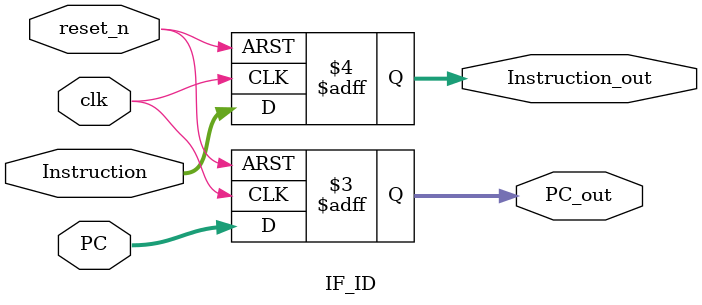
<source format=v>
`timescale 1ns / 1ps


module IF_ID(
    input clk,
    input reset_n,
    input [31:0] PC,
    input [31:0] Instruction,
    output reg [31:0] PC_out,
    output reg [31:0] Instruction_out
    );
    always @(posedge clk or negedge reset_n) begin
        if(!reset_n) begin
            PC_out<=0;
            Instruction_out<=0;
        end
        else begin
             PC_out<=PC;
             Instruction_out<=Instruction;
        end 
    end
endmodule

</source>
